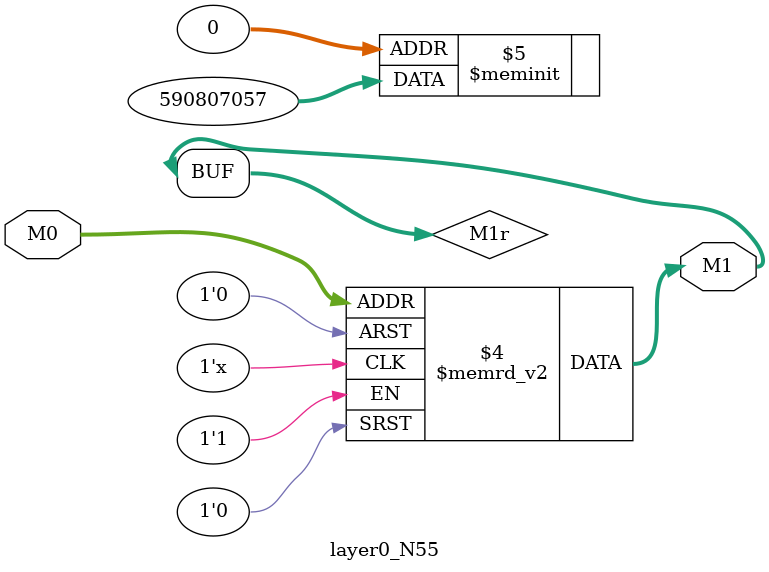
<source format=v>
module layer0_N55 ( input [3:0] M0, output [1:0] M1 );

	(*rom_style = "distributed" *) reg [1:0] M1r;
	assign M1 = M1r;
	always @ (M0) begin
		case (M0)
			4'b0000: M1r = 2'b01;
			4'b1000: M1r = 2'b11;
			4'b0100: M1r = 2'b00;
			4'b1100: M1r = 2'b11;
			4'b0010: M1r = 2'b01;
			4'b1010: M1r = 2'b11;
			4'b0110: M1r = 2'b00;
			4'b1110: M1r = 2'b10;
			4'b0001: M1r = 2'b00;
			4'b1001: M1r = 2'b01;
			4'b0101: M1r = 2'b00;
			4'b1101: M1r = 2'b00;
			4'b0011: M1r = 2'b00;
			4'b1011: M1r = 2'b00;
			4'b0111: M1r = 2'b00;
			4'b1111: M1r = 2'b00;

		endcase
	end
endmodule

</source>
